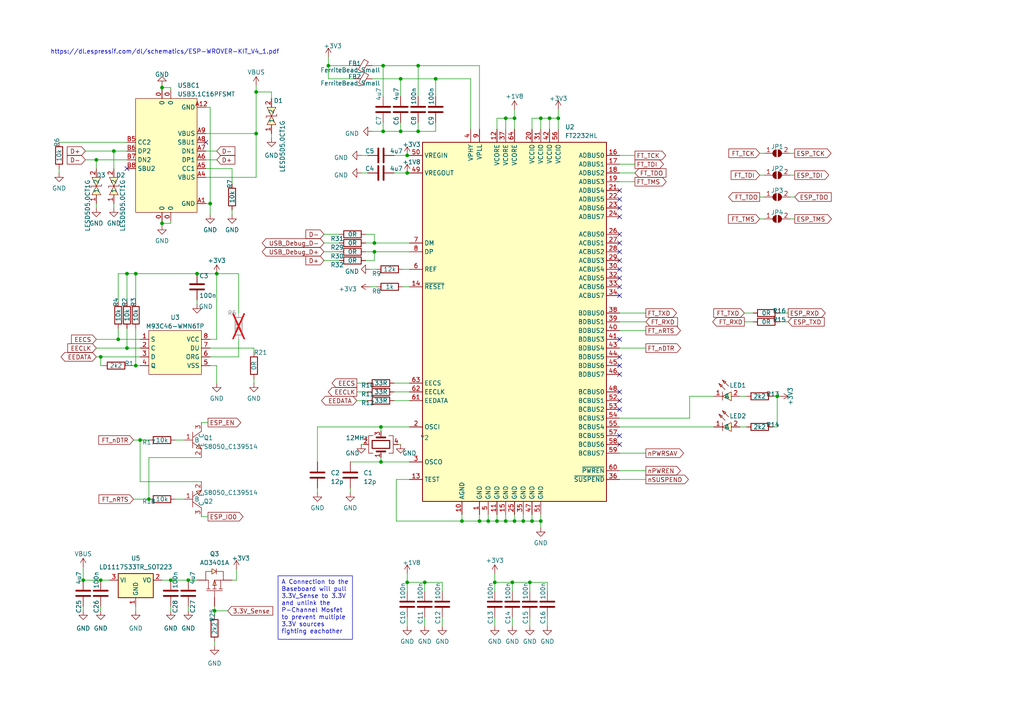
<source format=kicad_sch>
(kicad_sch (version 20230121) (generator eeschema)
  (paper "A4")
  (junction (at 108.585 73.025))
  (junction (at 153.67 168.91))
  (junction (at 148.59 168.91))
  (junction (at 24.13 168.275))
  (junction (at 159.385 34.29))
  (junction (at 110.49 123.825))
  (junction (at 151.765 151.13))
  (junction (at 54.61 168.275))
  (junction (at 161.925 34.29))
  (junction (at 118.11 50.165))
  (junction (at 74.295 26.67))
  (junction (at 110.49 133.985))
  (junction (at 121.285 19.05))
  (junction (at 33.02 43.815))
  (junction (at 46.99 25.4))
  (junction (at 144.145 151.13))
  (junction (at 108.585 70.485))
  (junction (at 43.18 144.78))
  (junction (at 39.37 79.375))
  (junction (at 121.285 38.1))
  (junction (at 74.295 38.735))
  (junction (at 40.64 127.635))
  (junction (at 36.83 100.965))
  (junction (at 111.125 19.05))
  (junction (at 225.425 114.935))
  (junction (at 143.51 168.91))
  (junction (at 116.205 38.1))
  (junction (at 29.21 103.505))
  (junction (at 154.305 151.13))
  (junction (at 141.605 151.13))
  (junction (at 156.845 34.29))
  (junction (at 139.065 151.13))
  (junction (at 123.19 168.91))
  (junction (at 46.99 64.77))
  (junction (at 118.11 45.085))
  (junction (at 149.225 34.29))
  (junction (at 60.96 59.055))
  (junction (at 149.225 151.13))
  (junction (at 34.29 98.425))
  (junction (at 62.865 79.375))
  (junction (at 29.21 168.275))
  (junction (at 39.37 106.045))
  (junction (at 146.685 151.13))
  (junction (at 126.365 22.86))
  (junction (at 62.23 177.165))
  (junction (at 118.11 168.91))
  (junction (at 27.94 46.355))
  (junction (at 133.985 151.13))
  (junction (at 111.125 38.1))
  (junction (at 146.685 34.29))
  (junction (at 36.83 79.375))
  (junction (at 95.25 19.05))
  (junction (at 57.15 79.375))
  (junction (at 49.53 168.275))
  (junction (at 116.205 22.86))
  (junction (at 156.845 151.13))
  (no_connect (at 179.705 103.505))
  (no_connect (at 179.705 118.745))
  (no_connect (at 179.705 55.245))
  (no_connect (at 36.83 48.895))
  (no_connect (at 179.705 67.945))
  (no_connect (at 59.69 41.275))
  (no_connect (at 179.705 60.325))
  (no_connect (at 179.705 83.185))
  (no_connect (at 179.705 98.425))
  (no_connect (at 179.705 57.785))
  (no_connect (at 179.705 80.645))
  (no_connect (at 179.705 106.045))
  (no_connect (at 179.705 126.365))
  (no_connect (at 179.705 113.665))
  (no_connect (at 179.705 70.485))
  (no_connect (at 179.705 85.725))
  (no_connect (at 179.705 62.865))
  (no_connect (at 179.705 108.585))
  (no_connect (at 179.705 75.565))
  (no_connect (at 179.705 128.905))
  (no_connect (at 179.705 73.025))
  (no_connect (at 179.705 116.205))
  (no_connect (at 179.705 78.105))
  (wire (pts (xy 59.69 51.435) (xy 74.295 51.435)))
  (wire (pts (xy 62.23 186.055) (xy 62.23 187.325)))
  (wire (pts (xy 60.96 98.425) (xy 62.865 98.425)))
  (wire (pts (xy 179.705 47.625) (xy 184.15 47.625)))
  (wire (pts (xy 161.925 34.29) (xy 161.925 37.465)))
  (wire (pts (xy 62.23 177.165) (xy 62.23 178.435)))
  (wire (pts (xy 27.94 103.505) (xy 29.21 103.505)))
  (wire (pts (xy 108.585 70.485) (xy 106.045 70.485)))
  (wire (pts (xy 229.235 57.15) (xy 230.505 57.15)))
  (wire (pts (xy 66.04 177.165) (xy 62.23 177.165)))
  (wire (pts (xy 103.505 111.125) (xy 106.68 111.125)))
  (wire (pts (xy 40.64 100.965) (xy 36.83 100.965)))
  (wire (pts (xy 102.87 22.86) (xy 95.25 22.86)))
  (wire (pts (xy 149.225 31.75) (xy 149.225 34.29)))
  (wire (pts (xy 225.425 114.935) (xy 224.155 114.935)))
  (wire (pts (xy 39.37 79.375) (xy 57.15 79.375)))
  (wire (pts (xy 46.99 64.77) (xy 46.99 65.405)))
  (wire (pts (xy 179.705 90.805) (xy 187.325 90.805)))
  (wire (pts (xy 110.49 133.985) (xy 118.745 133.985)))
  (wire (pts (xy 107.95 38.1) (xy 111.125 38.1)))
  (wire (pts (xy 60.96 62.23) (xy 60.96 59.055)))
  (wire (pts (xy 93.98 75.565) (xy 98.425 75.565)))
  (wire (pts (xy 156.845 34.29) (xy 159.385 34.29)))
  (wire (pts (xy 74.295 26.67) (xy 74.295 38.735)))
  (wire (pts (xy 121.285 19.05) (xy 139.065 19.05)))
  (wire (pts (xy 73.66 100.965) (xy 73.66 102.235)))
  (wire (pts (xy 36.83 100.965) (xy 36.83 95.25)))
  (wire (pts (xy 151.765 149.225) (xy 151.765 151.13)))
  (wire (pts (xy 34.29 95.25) (xy 34.29 98.425)))
  (wire (pts (xy 139.065 19.05) (xy 139.065 37.465)))
  (wire (pts (xy 146.685 151.13) (xy 149.225 151.13)))
  (wire (pts (xy 118.11 168.91) (xy 118.11 171.45)))
  (wire (pts (xy 111.125 38.1) (xy 111.125 35.56)))
  (wire (pts (xy 133.985 149.225) (xy 133.985 151.13)))
  (wire (pts (xy 110.49 132.715) (xy 110.49 133.985)))
  (wire (pts (xy 29.21 168.275) (xy 31.75 168.275)))
  (wire (pts (xy 67.31 48.895) (xy 59.69 48.895)))
  (wire (pts (xy 154.305 34.29) (xy 156.845 34.29)))
  (wire (pts (xy 27.94 46.355) (xy 27.94 48.895)))
  (wire (pts (xy 93.98 70.485) (xy 98.425 70.485)))
  (wire (pts (xy 116.205 35.56) (xy 116.205 38.1)))
  (wire (pts (xy 49.53 25.4) (xy 46.99 25.4)))
  (wire (pts (xy 24.765 43.815) (xy 33.02 43.815)))
  (wire (pts (xy 179.705 52.705) (xy 184.15 52.705)))
  (wire (pts (xy 114.3 113.665) (xy 118.745 113.665)))
  (wire (pts (xy 123.19 171.45) (xy 123.19 168.91)))
  (wire (pts (xy 148.59 179.07) (xy 148.59 181.61)))
  (wire (pts (xy 49.53 168.275) (xy 54.61 168.275)))
  (wire (pts (xy 158.75 171.45) (xy 158.75 168.91)))
  (wire (pts (xy 111.125 19.05) (xy 121.285 19.05)))
  (wire (pts (xy 179.705 45.085) (xy 184.15 45.085)))
  (wire (pts (xy 200.025 121.285) (xy 200.025 114.935)))
  (wire (pts (xy 92.075 123.825) (xy 110.49 123.825)))
  (wire (pts (xy 101.6 133.985) (xy 110.49 133.985)))
  (wire (pts (xy 57.15 86.995) (xy 57.15 88.265)))
  (wire (pts (xy 40.64 139.7) (xy 40.64 127.635)))
  (wire (pts (xy 93.98 73.025) (xy 98.425 73.025)))
  (wire (pts (xy 144.145 149.225) (xy 144.145 151.13)))
  (wire (pts (xy 108.585 67.945) (xy 108.585 70.485)))
  (wire (pts (xy 107.95 19.05) (xy 111.125 19.05)))
  (wire (pts (xy 40.64 127.635) (xy 43.18 127.635)))
  (wire (pts (xy 114.3 50.165) (xy 118.11 50.165)))
  (wire (pts (xy 146.685 34.29) (xy 149.225 34.29)))
  (wire (pts (xy 106.045 67.945) (xy 108.585 67.945)))
  (wire (pts (xy 69.215 79.375) (xy 62.865 79.375)))
  (wire (pts (xy 143.51 168.91) (xy 143.51 171.45)))
  (wire (pts (xy 36.83 87.63) (xy 36.83 79.375)))
  (wire (pts (xy 17.145 48.895) (xy 17.145 50.165)))
  (wire (pts (xy 161.925 31.75) (xy 161.925 34.29)))
  (wire (pts (xy 158.75 168.91) (xy 153.67 168.91)))
  (wire (pts (xy 46.99 64.135) (xy 46.99 64.77)))
  (wire (pts (xy 118.11 45.085) (xy 118.745 45.085)))
  (wire (pts (xy 149.225 149.225) (xy 149.225 151.13)))
  (wire (pts (xy 126.365 35.56) (xy 126.365 38.1)))
  (wire (pts (xy 36.83 79.375) (xy 39.37 79.375)))
  (wire (pts (xy 103.505 113.665) (xy 106.68 113.665)))
  (wire (pts (xy 108.585 70.485) (xy 118.745 70.485)))
  (wire (pts (xy 179.705 95.885) (xy 187.325 95.885)))
  (wire (pts (xy 133.985 151.13) (xy 139.065 151.13)))
  (wire (pts (xy 33.02 43.815) (xy 33.02 48.895)))
  (wire (pts (xy 159.385 34.29) (xy 161.925 34.29)))
  (wire (pts (xy 115.57 128.905) (xy 116.205 128.905)))
  (wire (pts (xy 102.87 19.05) (xy 95.25 19.05)))
  (wire (pts (xy 144.145 37.465) (xy 144.145 34.29)))
  (wire (pts (xy 67.31 168.275) (xy 68.58 168.275)))
  (wire (pts (xy 27.94 100.965) (xy 36.83 100.965)))
  (wire (pts (xy 67.31 60.96) (xy 67.31 62.23)))
  (wire (pts (xy 24.765 46.355) (xy 27.94 46.355)))
  (wire (pts (xy 179.705 136.525) (xy 187.325 136.525)))
  (wire (pts (xy 110.49 123.825) (xy 118.745 123.825)))
  (wire (pts (xy 136.525 22.86) (xy 126.365 22.86)))
  (wire (pts (xy 116.84 83.185) (xy 118.745 83.185)))
  (wire (pts (xy 58.42 122.555) (xy 60.325 122.555)))
  (wire (pts (xy 59.69 38.735) (xy 74.295 38.735)))
  (wire (pts (xy 118.745 139.065) (xy 114.935 139.065)))
  (wire (pts (xy 50.8 127.635) (xy 53.34 127.635)))
  (wire (pts (xy 123.19 179.07) (xy 123.19 181.61)))
  (wire (pts (xy 153.67 179.07) (xy 153.67 181.61)))
  (wire (pts (xy 126.365 22.86) (xy 126.365 27.94)))
  (wire (pts (xy 24.13 164.465) (xy 24.13 168.275)))
  (wire (pts (xy 116.84 78.105) (xy 118.745 78.105)))
  (wire (pts (xy 108.585 73.025) (xy 106.045 73.025)))
  (wire (pts (xy 69.215 98.425) (xy 69.215 103.505)))
  (wire (pts (xy 104.775 128.905) (xy 105.41 128.905)))
  (wire (pts (xy 144.145 34.29) (xy 146.685 34.29)))
  (wire (pts (xy 92.075 141.605) (xy 92.075 142.875)))
  (wire (pts (xy 154.305 149.225) (xy 154.305 151.13)))
  (wire (pts (xy 179.705 121.285) (xy 200.025 121.285)))
  (wire (pts (xy 229.235 44.45) (xy 230.505 44.45)))
  (wire (pts (xy 159.385 37.465) (xy 159.385 34.29)))
  (wire (pts (xy 156.845 37.465) (xy 156.845 34.29)))
  (wire (pts (xy 128.27 171.45) (xy 128.27 168.91)))
  (wire (pts (xy 104.775 50.165) (xy 106.68 50.165)))
  (wire (pts (xy 121.285 19.05) (xy 121.285 27.94)))
  (wire (pts (xy 69.215 103.505) (xy 60.96 103.505)))
  (wire (pts (xy 114.935 139.065) (xy 114.935 151.13)))
  (wire (pts (xy 27.94 59.055) (xy 27.94 60.325)))
  (wire (pts (xy 78.74 28.575) (xy 78.74 26.67)))
  (wire (pts (xy 146.685 37.465) (xy 146.685 34.29)))
  (wire (pts (xy 50.8 144.78) (xy 53.34 144.78)))
  (wire (pts (xy 139.065 151.13) (xy 141.605 151.13)))
  (wire (pts (xy 54.61 175.895) (xy 54.61 177.165)))
  (wire (pts (xy 49.53 64.77) (xy 46.99 64.77)))
  (wire (pts (xy 141.605 151.13) (xy 144.145 151.13)))
  (wire (pts (xy 49.53 175.895) (xy 49.53 177.165)))
  (wire (pts (xy 226.06 114.935) (xy 225.425 114.935)))
  (wire (pts (xy 46.99 24.765) (xy 46.99 25.4)))
  (wire (pts (xy 128.27 168.91) (xy 123.19 168.91)))
  (wire (pts (xy 37.465 106.045) (xy 39.37 106.045)))
  (wire (pts (xy 27.94 46.355) (xy 36.83 46.355)))
  (wire (pts (xy 116.205 38.1) (xy 111.125 38.1)))
  (wire (pts (xy 154.305 37.465) (xy 154.305 34.29)))
  (wire (pts (xy 220.345 57.15) (xy 221.615 57.15)))
  (wire (pts (xy 118.11 166.37) (xy 118.11 168.91)))
  (wire (pts (xy 118.11 179.07) (xy 118.11 181.61)))
  (wire (pts (xy 43.18 144.78) (xy 43.18 132.715)))
  (wire (pts (xy 46.99 168.275) (xy 49.53 168.275)))
  (wire (pts (xy 148.59 171.45) (xy 148.59 168.91)))
  (wire (pts (xy 139.065 149.225) (xy 139.065 151.13)))
  (wire (pts (xy 92.075 133.985) (xy 92.075 123.825)))
  (wire (pts (xy 146.685 149.225) (xy 146.685 151.13)))
  (wire (pts (xy 27.94 98.425) (xy 34.29 98.425)))
  (wire (pts (xy 154.305 151.13) (xy 156.845 151.13)))
  (wire (pts (xy 128.27 179.07) (xy 128.27 181.61)))
  (wire (pts (xy 74.295 24.765) (xy 74.295 26.67)))
  (wire (pts (xy 107.315 78.105) (xy 109.22 78.105)))
  (wire (pts (xy 114.935 151.13) (xy 133.985 151.13)))
  (wire (pts (xy 224.155 123.825) (xy 225.425 123.825)))
  (wire (pts (xy 216.535 114.935) (xy 214.63 114.935)))
  (wire (pts (xy 220.345 44.45) (xy 221.615 44.45)))
  (wire (pts (xy 200.025 114.935) (xy 207.01 114.935)))
  (wire (pts (xy 95.25 22.86) (xy 95.25 19.05)))
  (wire (pts (xy 49.53 26.035) (xy 49.53 25.4)))
  (wire (pts (xy 220.345 50.8) (xy 221.615 50.8)))
  (wire (pts (xy 39.37 95.25) (xy 39.37 106.045)))
  (wire (pts (xy 39.37 175.895) (xy 39.37 177.165)))
  (wire (pts (xy 59.69 46.355) (xy 62.865 46.355)))
  (wire (pts (xy 226.06 93.345) (xy 228.6 93.345)))
  (wire (pts (xy 39.37 106.045) (xy 40.64 106.045)))
  (wire (pts (xy 149.225 151.13) (xy 151.765 151.13)))
  (wire (pts (xy 69.215 90.805) (xy 69.215 79.375)))
  (wire (pts (xy 49.53 64.135) (xy 49.53 64.77)))
  (wire (pts (xy 29.21 175.895) (xy 29.21 177.165)))
  (wire (pts (xy 121.285 38.1) (xy 116.205 38.1)))
  (wire (pts (xy 106.045 75.565) (xy 108.585 75.565)))
  (wire (pts (xy 148.59 168.91) (xy 143.51 168.91)))
  (wire (pts (xy 179.705 100.965) (xy 187.325 100.965)))
  (wire (pts (xy 179.705 123.825) (xy 207.01 123.825)))
  (wire (pts (xy 108.585 73.025) (xy 118.745 73.025)))
  (wire (pts (xy 136.525 37.465) (xy 136.525 22.86)))
  (wire (pts (xy 144.145 151.13) (xy 146.685 151.13)))
  (wire (pts (xy 216.535 123.825) (xy 214.63 123.825)))
  (wire (pts (xy 123.19 168.91) (xy 118.11 168.91)))
  (wire (pts (xy 59.69 31.115) (xy 60.96 31.115)))
  (wire (pts (xy 74.295 51.435) (xy 74.295 38.735)))
  (wire (pts (xy 143.51 166.37) (xy 143.51 168.91)))
  (wire (pts (xy 57.15 79.375) (xy 62.865 79.375)))
  (wire (pts (xy 43.18 132.715) (xy 58.42 132.715)))
  (wire (pts (xy 78.74 26.67) (xy 74.295 26.67)))
  (wire (pts (xy 179.705 93.345) (xy 187.325 93.345)))
  (wire (pts (xy 153.67 171.45) (xy 153.67 168.91)))
  (wire (pts (xy 29.21 106.045) (xy 29.21 103.505)))
  (wire (pts (xy 179.705 131.445) (xy 187.325 131.445)))
  (wire (pts (xy 141.605 149.225) (xy 141.605 151.13)))
  (wire (pts (xy 114.3 116.205) (xy 118.745 116.205)))
  (wire (pts (xy 95.25 19.05) (xy 95.25 16.51)))
  (wire (pts (xy 107.315 83.185) (xy 109.22 83.185)))
  (wire (pts (xy 118.11 50.165) (xy 118.745 50.165)))
  (wire (pts (xy 229.235 50.8) (xy 230.505 50.8)))
  (wire (pts (xy 179.705 139.065) (xy 187.325 139.065)))
  (wire (pts (xy 220.345 63.5) (xy 221.615 63.5)))
  (wire (pts (xy 62.23 177.165) (xy 62.23 175.895)))
  (wire (pts (xy 126.365 38.1) (xy 121.285 38.1)))
  (wire (pts (xy 226.06 90.805) (xy 228.6 90.805)))
  (wire (pts (xy 215.9 90.805) (xy 218.44 90.805)))
  (wire (pts (xy 108.585 75.565) (xy 108.585 73.025)))
  (wire (pts (xy 24.13 168.275) (xy 29.21 168.275)))
  (wire (pts (xy 179.705 50.165) (xy 184.15 50.165)))
  (wire (pts (xy 73.66 109.855) (xy 73.66 111.125)))
  (wire (pts (xy 60.96 59.055) (xy 59.69 59.055)))
  (wire (pts (xy 34.29 98.425) (xy 40.64 98.425)))
  (wire (pts (xy 114.3 45.085) (xy 118.11 45.085)))
  (wire (pts (xy 116.205 22.86) (xy 126.365 22.86)))
  (wire (pts (xy 156.845 149.225) (xy 156.845 151.13)))
  (wire (pts (xy 78.74 38.735) (xy 78.74 40.005)))
  (wire (pts (xy 29.21 103.505) (xy 40.64 103.505)))
  (wire (pts (xy 158.75 179.07) (xy 158.75 181.61)))
  (wire (pts (xy 62.865 98.425) (xy 62.865 79.375)))
  (wire (pts (xy 29.845 106.045) (xy 29.21 106.045)))
  (wire (pts (xy 60.96 106.045) (xy 62.865 106.045)))
  (wire (pts (xy 104.775 45.085) (xy 106.68 45.085)))
  (wire (pts (xy 153.67 168.91) (xy 148.59 168.91)))
  (wire (pts (xy 151.765 151.13) (xy 154.305 151.13)))
  (wire (pts (xy 103.505 116.205) (xy 106.68 116.205)))
  (wire (pts (xy 33.02 59.055) (xy 33.02 60.325)))
  (wire (pts (xy 101.6 141.605) (xy 101.6 142.875)))
  (wire (pts (xy 58.42 139.7) (xy 40.64 139.7)))
  (wire (pts (xy 24.13 175.895) (xy 24.13 177.165)))
  (wire (pts (xy 62.865 106.045) (xy 62.865 111.125)))
  (wire (pts (xy 149.225 34.29) (xy 149.225 37.465)))
  (wire (pts (xy 54.61 168.275) (xy 57.15 168.275)))
  (wire (pts (xy 34.29 79.375) (xy 36.83 79.375)))
  (wire (pts (xy 60.96 100.965) (xy 73.66 100.965)))
  (wire (pts (xy 39.37 87.63) (xy 39.37 79.375)))
  (wire (pts (xy 143.51 179.07) (xy 143.51 181.61)))
  (wire (pts (xy 107.95 22.86) (xy 116.205 22.86)))
  (wire (pts (xy 67.31 53.34) (xy 67.31 48.895)))
  (wire (pts (xy 156.845 151.13) (xy 156.845 153.035)))
  (wire (pts (xy 60.96 31.115) (xy 60.96 59.055)))
  (wire (pts (xy 68.58 168.275) (xy 68.58 165.1)))
  (wire (pts (xy 215.9 93.345) (xy 218.44 93.345)))
  (wire (pts (xy 229.235 63.5) (xy 230.505 63.5)))
  (wire (pts (xy 225.425 123.825) (xy 225.425 114.935)))
  (wire (pts (xy 34.29 87.63) (xy 34.29 79.375)))
  (wire (pts (xy 46.99 25.4) (xy 46.99 26.035)))
  (wire (pts (xy 17.145 41.275) (xy 36.83 41.275)))
  (wire (pts (xy 121.285 35.56) (xy 121.285 38.1)))
  (wire (pts (xy 111.125 19.05) (xy 111.125 27.94)))
  (wire (pts (xy 38.735 127.635) (xy 40.64 127.635)))
  (wire (pts (xy 116.205 22.86) (xy 116.205 27.94)))
  (wire (pts (xy 58.42 149.86) (xy 60.325 149.86)))
  (wire (pts (xy 33.02 43.815) (xy 36.83 43.815)))
  (wire (pts (xy 110.49 123.825) (xy 110.49 125.095)))
  (wire (pts (xy 38.735 144.78) (xy 43.18 144.78)))
  (wire (pts (xy 114.3 111.125) (xy 118.745 111.125)))
  (wire (pts (xy 93.98 67.945) (xy 98.425 67.945)))
  (wire (pts (xy 59.69 43.815) (xy 62.865 43.815)))
  (text_box "A Connection to the Baseboard will pull 3.3V_Sense to 3.3V and unlink the P-Channel Mosfet to prevent multiple 3.3V sources fighting eachother" (at 80.645 167.005 0) (size 21.59 18.415) (effects (font (size 1.27 1.27)) (justify left top)))
  (text "https://dl.espressif.com/dl/schematics/ESP-WROVER-KIT_V4_1.pdf" (at 14.605 15.875 0) (effects (font (size 1.27 1.27)) (justify left bottom)))
  (global_label "D-" (shape input) (at 62.865 43.815 0) (property "Intersheetrefs" "${INTERSHEET_REFS}" (effects hide)))
  (global_label "ESP_IO0" (shape output) (at 60.325 149.86 0) (property "Intersheetrefs" "${INTERSHEET_REFS}" (effects hide)))
  (global_label "FT_TDI" (shape input) (at 220.345 50.8 180) (property "Intersheetrefs" "${INTERSHEET_REFS}" (effects hide)))
  (global_label "nPWREN" (shape output) (at 187.325 136.525 0) (property "Intersheetrefs" "${INTERSHEET_REFS}" (effects hide)))
  (global_label "nSUSPEND" (shape output) (at 187.325 139.065 0) (property "Intersheetrefs" "${INTERSHEET_REFS}" (effects hide)))
  (global_label "FT_TMS" (shape input) (at 220.345 63.5 180) (property "Intersheetrefs" "${INTERSHEET_REFS}" (effects hide)))
  (global_label "FT_TCK" (shape output) (at 184.15 45.085 0) (property "Intersheetrefs" "${INTERSHEET_REFS}" (effects hide)))
  (global_label "ESP_TMS" (shape output) (at 230.505 63.5 0) (property "Intersheetrefs" "${INTERSHEET_REFS}" (effects hide)))
  (global_label "3.3V_Sense" (shape input) (at 66.04 177.165 0) (property "Intersheetrefs" "${INTERSHEET_REFS}" (effects hide)))
  (global_label "FT_TDI" (shape output) (at 184.15 47.625 0) (property "Intersheetrefs" "${INTERSHEET_REFS}" (effects hide)))
  (global_label "D-" (shape input) (at 93.98 67.945 180) (property "Intersheetrefs" "${INTERSHEET_REFS}" (effects hide)))
  (global_label "nPWRSAV" (shape output) (at 187.325 131.445 0) (property "Intersheetrefs" "${INTERSHEET_REFS}" (effects hide)))
  (global_label "FT_TXD" (shape output) (at 187.325 90.805 0) (property "Intersheetrefs" "${INTERSHEET_REFS}" (effects hide)))
  (global_label "ESP_EN" (shape output) (at 60.325 122.555 0) (property "Intersheetrefs" "${INTERSHEET_REFS}" (effects hide)))
  (global_label "FT_RXD" (shape input) (at 187.325 93.345 0) (property "Intersheetrefs" "${INTERSHEET_REFS}" (effects hide)))
  (global_label "FT_TCK" (shape input) (at 220.345 44.45 180) (property "Intersheetrefs" "${INTERSHEET_REFS}" (effects hide)))
  (global_label "USB_Debug_D+" (shape bidirectional) (at 93.98 73.025 180) (property "Intersheetrefs" "${INTERSHEET_REFS}" (effects hide)))
  (global_label "FT_nDTR" (shape input) (at 38.735 127.635 180) (property "Intersheetrefs" "${INTERSHEET_REFS}" (effects hide)))
  (global_label "ESP_TXD" (shape input) (at 228.6 93.345 0) (property "Intersheetrefs" "${INTERSHEET_REFS}" (effects hide)))
  (global_label "USB_Debug_D-" (shape bidirectional) (at 93.98 70.485 180) (property "Intersheetrefs" "${INTERSHEET_REFS}" (effects hide)))
  (global_label "EECS" (shape output) (at 103.505 111.125 180) (property "Intersheetrefs" "${INTERSHEET_REFS}" (effects hide)))
  (global_label "EECLK" (shape output) (at 103.505 113.665 180) (property "Intersheetrefs" "${INTERSHEET_REFS}" (effects hide)))
  (global_label "FT_TDO" (shape input) (at 184.15 50.165 0) (property "Intersheetrefs" "${INTERSHEET_REFS}" (effects hide)))
  (global_label "FT_nRTS" (shape input) (at 38.735 144.78 180) (property "Intersheetrefs" "${INTERSHEET_REFS}" (effects hide)))
  (global_label "D+" (shape input) (at 62.865 46.355 0) (property "Intersheetrefs" "${INTERSHEET_REFS}" (effects hide)))
  (global_label "EECLK" (shape input) (at 27.94 100.965 180) (property "Intersheetrefs" "${INTERSHEET_REFS}" (effects hide)))
  (global_label "FT_TDO" (shape output) (at 220.345 57.15 180) (property "Intersheetrefs" "${INTERSHEET_REFS}" (effects hide)))
  (global_label "ESP_TDO" (shape input) (at 230.505 57.15 0) (property "Intersheetrefs" "${INTERSHEET_REFS}" (effects hide)))
  (global_label "FT_TXD" (shape input) (at 215.9 90.805 180) (property "Intersheetrefs" "${INTERSHEET_REFS}" (effects hide)))
  (global_label "EEDATA" (shape bidirectional) (at 27.94 103.505 180) (property "Intersheetrefs" "${INTERSHEET_REFS}" (effects hide)))
  (global_label "FT_TMS" (shape output) (at 184.15 52.705 0) (property "Intersheetrefs" "${INTERSHEET_REFS}" (effects hide)))
  (global_label "ESP_TDI" (shape output) (at 230.505 50.8 0) (property "Intersheetrefs" "${INTERSHEET_REFS}" (effects hide)))
  (global_label "D-" (shape input) (at 24.765 46.355 180) (property "Intersheetrefs" "${INTERSHEET_REFS}" (effects hide)))
  (global_label "ESP_TCK" (shape output) (at 230.505 44.45 0) (property "Intersheetrefs" "${INTERSHEET_REFS}" (effects hide)))
  (global_label "FT_nDTR" (shape output) (at 187.325 100.965 0) (property "Intersheetrefs" "${INTERSHEET_REFS}" (effects hide)))
  (global_label "ESP_RXD" (shape output) (at 228.6 90.805 0) (property "Intersheetrefs" "${INTERSHEET_REFS}" (effects hide)))
  (global_label "EEDATA" (shape bidirectional) (at 103.505 116.205 180) (property "Intersheetrefs" "${INTERSHEET_REFS}" (effects hide)))
  (global_label "FT_RXD" (shape output) (at 215.9 93.345 180) (property "Intersheetrefs" "${INTERSHEET_REFS}" (effects hide)))
  (global_label "EECS" (shape input) (at 27.94 98.425 180) (property "Intersheetrefs" "${INTERSHEET_REFS}" (effects hide)))
  (global_label "FT_nRTS" (shape output) (at 187.325 95.885 0) (property "Intersheetrefs" "${INTERSHEET_REFS}" (effects hide)))
  (global_label "D+" (shape input) (at 93.98 75.565 180) (property "Intersheetrefs" "${INTERSHEET_REFS}" (effects hide)))
  (global_label "D+" (shape input) (at 24.765 43.815 180) (property "Intersheetrefs" "${INTERSHEET_REFS}" (effects hide)))
  (symbol (lib_id "power:GND") (at 27.94 60.325 0) (unit 1)
    (property "Reference" "#PWR015" (effects hide))
    (property "Value" "GND" (at 27.94 64.77 0))
  )
  (symbol (lib_id "Device:R") (at 67.31 57.15 0) (unit 1)
    (property "Reference" "R7" (at 66.675 53.34 90))
    (property "Value" "10k" (at 67.31 57.15 90))
    (property "Footprint" "Resistor_SMD:R_0603_1608Metric" (effects hide))
  )
  (symbol (lib_id "Device:FerriteBead_Small") (at 105.41 22.86 270) (unit 1)
    (property "Reference" "FB2" (at 102.87 22.225 90))
    (property "Value" "FerriteBead_Small" (at 101.6 24.13 90))
    (property "Footprint" "Inductor_SMD:L_0805_2012Metric" (effects hide))
    (property "JLCPCB Part #" "C44838" (effects hide))
    (property "LCSC Part" "C44838" (effects hide))
  )
  (symbol (lib_id "Interface_USB:FT2232HL") (at 149.225 93.345 0) (unit 1)
    (property "Reference" "U2" (at 163.8809 36.83 0) (effects (justify left)))
    (property "Value" "FT2232HL" (at 163.8809 39.37 0) (effects (justify left)))
    (property "Footprint" "Package_QFP:LQFP-64_10x10mm_P0.5mm" (effects hide))
    (property "Datasheet" "https://www.ftdichip.com/Support/Documents/DataSheets/ICs/DS_FT2232H.pdf" (effects hide))
    (property "JLCPCB Part #" "C27882" (effects hide))
    (property "LCSC Part" "C27882" (effects hide))
  )
  (symbol (lib_id "power:GND") (at 78.74 40.005 0) (unit 1)
    (property "Reference" "#PWR014" (effects hide))
    (property "Value" "GND" (at 78.74 45.085 0))
  )
  (symbol (lib_id "Device:R") (at 17.145 45.085 0) (unit 1)
    (property "Reference" "R6" (at 16.51 41.275 90))
    (property "Value" "10k" (at 17.145 45.085 90))
    (property "Footprint" "Resistor_SMD:R_0603_1608Metric" (effects hide))
  )
  (symbol (lib_id "Device:C") (at 153.67 175.26 180) (unit 1)
    (property "Reference" "C15" (at 152.4 177.165 90) (effects (justify left)))
    (property "Value" "100n" (at 152.4 168.91 90) (effects (justify left)))
    (property "Footprint" "Capacitor_SMD:C_0603_1608Metric" (effects hide))
  )
  (symbol (lib_id "power:GND") (at 158.75 181.61 0) (unit 1)
    (property "Reference" "#PWR033" (effects hide))
    (property "Value" "GND" (at 158.75 186.055 0))
  )
  (symbol (lib_id "power:GND") (at 123.19 181.61 0) (unit 1)
    (property "Reference" "#PWR028" (effects hide))
    (property "Value" "GND" (at 123.19 186.055 0))
  )
  (symbol (lib_id "Device:R") (at 220.345 123.825 270) (unit 1)
    (property "Reference" "R14" (at 224.155 123.19 90))
    (property "Value" "2k2" (at 220.345 123.825 90))
    (property "Footprint" "Resistor_SMD:R_0603_1608Metric" (effects hide))
  )
  (symbol (lib_id "power:GND") (at 39.37 177.165 0) (unit 1)
    (property "Reference" "#PWR067" (effects hide))
    (property "Value" "GND" (at 39.37 182.245 0))
  )
  (symbol (lib_id "Device:C") (at 148.59 175.26 180) (unit 1)
    (property "Reference" "C14" (at 147.32 177.165 90) (effects (justify left)))
    (property "Value" "100n" (at 147.32 168.91 90) (effects (justify left)))
    (property "Footprint" "Capacitor_SMD:C_0603_1608Metric" (effects hide))
  )
  (symbol (lib_id "Device:C") (at 123.19 175.26 180) (unit 1)
    (property "Reference" "C11" (at 121.92 177.165 90) (effects (justify left)))
    (property "Value" "100n" (at 121.92 168.91 90) (effects (justify left)))
    (property "Footprint" "Capacitor_SMD:C_0603_1608Metric" (effects hide))
  )
  (symbol (lib_id "power:+3V3") (at 107.315 83.185 90) (unit 1)
    (property "Reference" "#PWR018" (effects hide))
    (property "Value" "+3V3" (at 103.505 83.82 90) (effects (justify left)))
  )
  (symbol (lib_id "Device:R") (at 73.66 106.045 0) (unit 1)
    (property "Reference" "R21" (at 75.565 102.235 0))
    (property "Value" "0R" (at 73.66 106.045 90))
    (property "Footprint" "Resistor_SMD:R_0603_1608Metric" (effects hide))
  )
  (symbol (lib_id "Device:R") (at 46.99 144.78 90) (unit 1)
    (property "Reference" "R18" (at 43.18 145.415 90))
    (property "Value" "10k" (at 46.99 144.78 90))
    (property "Footprint" "Resistor_SMD:R_0603_1608Metric" (effects hide))
  )
  (symbol (lib_id "Device:R") (at 102.235 70.485 90) (unit 1)
    (property "Reference" "R29" (at 97.79 71.755 90))
    (property "Value" "0R" (at 102.235 70.485 90))
    (property "Footprint" "Resistor_SMD:R_0603_1608Metric" (effects hide))
  )
  (symbol (lib_id "Device:R") (at 222.25 93.345 270) (unit 1)
    (property "Reference" "R15" (at 226.06 92.71 90))
    (property "Value" "0R" (at 222.25 93.345 90))
    (property "Footprint" "Resistor_SMD:R_0603_1608Metric" (effects hide))
  )
  (symbol (lib_id "Device:C") (at 49.53 172.085 0) (mirror x) (unit 1)
    (property "Reference" "C28" (at 50.8 173.99 90) (effects (justify left)))
    (property "Value" "100n" (at 50.8 165.735 90) (effects (justify left)))
    (property "Footprint" "Capacitor_SMD:C_0603_1608Metric" (effects hide))
  )
  (symbol (lib_id "Device:R") (at 46.99 127.635 90) (unit 1)
    (property "Reference" "R17" (at 43.18 128.27 90))
    (property "Value" "10k" (at 46.99 127.635 90))
    (property "Footprint" "Resistor_SMD:R_0603_1608Metric" (effects hide))
  )
  (symbol (lib_id "power:+3V3") (at 95.25 16.51 0) (unit 1)
    (property "Reference" "#PWR026" (effects hide))
    (property "Value" "+3V3" (at 96.52 13.335 0))
  )
  (symbol (lib_id "power:GND") (at 33.02 60.325 0) (unit 1)
    (property "Reference" "#PWR016" (effects hide))
    (property "Value" "GND" (at 33.02 64.77 0))
  )
  (symbol (lib_id "JLCPCB:S8050_C139514") (at 54.61 127.635 0) (unit 1)
    (property "Reference" "Q1" (at 59.055 127 0) (effects (justify left)))
    (property "Value" "S8050_C139514" (at 59.055 129.54 0) (effects (justify left)))
    (property "Footprint" "JLCPCB:SOT-23-3_L2.9-W1.3-P1.90-LS2.4-BR" (effects hide))
    (property "Datasheet" "https://lcsc.com/product-detail/Transistors-NPN-PNP_S8050_C139514.html" (effects hide))
    (property "LCSC Part" "C139514" (effects hide))
    (property "JLC Part" "Extended Part" (effects hide))
    (property "JLCPCB Part #" "C139514" (effects hide))
  )
  (symbol (lib_id "Device:C") (at 118.11 175.26 180) (unit 1)
    (property "Reference" "C10" (at 116.84 177.165 90) (effects (justify left)))
    (property "Value" "100n" (at 116.84 168.91 90) (effects (justify left)))
    (property "Footprint" "Capacitor_SMD:C_0603_1608Metric" (effects hide))
  )
  (symbol (lib_id "power:GND") (at 67.31 62.23 0) (unit 1)
    (property "Reference" "#PWR011" (effects hide))
    (property "Value" "GND" (at 67.31 66.675 0))
  )
  (symbol (lib_id "power:+3V3") (at 118.11 45.085 0) (unit 1)
    (property "Reference" "#PWR024" (effects hide))
    (property "Value" "+3V3" (at 119.38 41.91 0))
  )
  (symbol (lib_id "Device:R") (at 110.49 111.125 90) (unit 1)
    (property "Reference" "R10" (at 106.68 111.76 90))
    (property "Value" "33R" (at 110.49 111.125 90))
    (property "Footprint" "Resistor_SMD:R_0603_1608Metric" (effects hide))
  )
  (symbol (lib_id "Device:C") (at 158.75 175.26 180) (unit 1)
    (property "Reference" "C16" (at 157.48 177.165 90) (effects (justify left)))
    (property "Value" "100n" (at 157.48 168.91 90) (effects (justify left)))
    (property "Footprint" "Capacitor_SMD:C_0603_1608Metric" (effects hide))
  )
  (symbol (lib_id "Device:C") (at 143.51 175.26 180) (unit 1)
    (property "Reference" "C13" (at 142.24 177.165 90) (effects (justify left)))
    (property "Value" "100n" (at 142.24 168.91 90) (effects (justify left)))
    (property "Footprint" "Capacitor_SMD:C_0603_1608Metric" (effects hide))
  )
  (symbol (lib_id "Device:R") (at 62.23 182.245 0) (unit 1)
    (property "Reference" "R25" (at 61.595 178.435 90))
    (property "Value" "2k2" (at 62.23 182.245 90))
    (property "Footprint" "Resistor_SMD:R_0603_1608Metric" (effects hide))
  )
  (symbol (lib_id "Jumper:SolderJumper_2_Open") (at 225.425 44.45 0) (unit 1)
    (property "Reference" "JP1" (at 225.425 42.545 0))
    (property "Value" "SolderJumper_2_Open" (effects hide))
    (property "Footprint" "Jumper:SolderJumper-2_P1.3mm_Open_RoundedPad1.0x1.5mm" (effects hide))
  )
  (symbol (lib_id "power:GND") (at 62.865 111.125 0) (unit 1)
    (property "Reference" "#PWR05" (effects hide))
    (property "Value" "GND" (at 62.865 115.57 0))
  )
  (symbol (lib_id "Device:C") (at 128.27 175.26 180) (unit 1)
    (property "Reference" "C12" (at 127 177.165 90) (effects (justify left)))
    (property "Value" "100n" (at 127 168.91 90) (effects (justify left)))
    (property "Footprint" "Capacitor_SMD:C_0603_1608Metric" (effects hide))
  )
  (symbol (lib_id "power:GND") (at 24.13 177.165 0) (unit 1)
    (property "Reference" "#PWR069" (effects hide))
    (property "Value" "GND" (at 24.13 182.245 0))
  )
  (symbol (lib_id "Device:C") (at 54.61 172.085 0) (mirror x) (unit 1)
    (property "Reference" "C27" (at 55.88 173.99 90) (effects (justify left)))
    (property "Value" "4u7" (at 55.88 165.735 90) (effects (justify left)))
    (property "Footprint" "Capacitor_SMD:C_0805_2012Metric" (effects hide))
  )
  (symbol (lib_id "JLCPCB:M93C46-WMN6TP") (at 50.8 102.235 0) (unit 1)
    (property "Reference" "U3" (at 50.8 92.075 0))
    (property "Value" "M93C46-WMN6TP" (at 50.8 94.615 0))
    (property "Footprint" "JLCPCB:SOIC-8_L4.9-W3.9-P1.27-LS6.0-BL" (effects hide))
    (property "Datasheet" "https://lcsc.com/product-detail/EEPROM_STMicroelectronics_M93C46-WMN6TP_M93C46-WMN6TP_C7565.html" (effects hide))
    (property "Manufacturer" "ST(意法半导体)" (effects hide))
    (property "LCSC Part" "C7565" (effects hide))
    (property "JLC Part" "Extended Part" (effects hide))
    (property "JLCPCB Part #" "C7565" (effects hide))
  )
  (symbol (lib_id "power:GND") (at 60.96 62.23 0) (unit 1)
    (property "Reference" "#PWR013" (effects hide))
    (property "Value" "GND" (at 60.96 66.675 0))
  )
  (symbol (lib_id "JLCPCB:LESD5D5.0CT1G") (at 27.94 53.975 90) (unit 1)
    (property "Reference" "D3" (at 27.94 50.8 90) (effects (justify right)))
    (property "Value" "LESD5D5.0CT1G" (at 25.4 52.07 0) (effects (justify right)))
    (property "Footprint" "JLCPCB:SOD-523_L1.2-W0.8-LS1.6-BI" (effects hide))
    (property "Datasheet" "https://lcsc.com/product-detail/New-Arrivals_Leshan-Radio-LESD5D5-0CT1G_C383211.html" (effects hide))
    (property "Manufacturer" "LRC(乐山无线电)" (effects hide))
    (property "LCSC Part" "C383211" (effects hide))
    (property "JLC Part" "Extended Part" (effects hide))
    (property "JLCPCB Part #" "C383211" (effects hide))
  )
  (symbol (lib_id "power:GND") (at 156.845 153.035 0) (unit 1)
    (property "Reference" "#PWR01" (effects hide))
    (property "Value" "GND" (at 156.845 157.48 0))
  )
  (symbol (lib_id "JLCPCB:19-217_BHC-ZL1M2RY_3T") (at 210.82 121.92 0) (unit 1)
    (property "Reference" "LED2" (at 213.995 120.65 0))
    (property "Value" "19-217/BHC-ZL1M2RY/3T" (effects hide))
    (property "Footprint" "JLCPCB:LED0603-RD" (effects hide))
    (property "Datasheet" "https://lcsc.com/product-detail/Light-Emitting-Diodes-LED_0603-Blue-light_C72041.html" (effects hide))
    (property "Manufacturer" "EVERLIGHT(亿光)" (effects hide))
    (property "LCSC Part" "C72041" (effects hide))
    (property "JLC Part" "Basic Part" (effects hide))
    (property "JLCPCB Part #" "C72041" (effects hide))
  )
  (symbol (lib_id "JLCPCB:LESD5D5.0CT1G") (at 78.74 33.655 90) (unit 1)
    (property "Reference" "D1" (at 79.375 29.21 90) (effects (justify right)))
    (property "Value" "LESD5D5.0CT1G" (at 81.915 34.925 0) (effects (justify right)))
    (property "Footprint" "JLCPCB:SOD-523_L1.2-W0.8-LS1.6-BI" (effects hide))
    (property "Datasheet" "https://lcsc.com/product-detail/New-Arrivals_Leshan-Radio-LESD5D5-0CT1G_C383211.html" (effects hide))
    (property "Manufacturer" "LRC(乐山无线电)" (effects hide))
    (property "LCSC Part" "C383211" (effects hide))
    (property "JLC Part" "Extended Part" (effects hide))
    (property "JLCPCB Part #" "C383211" (effects hide))
  )
  (symbol (lib_id "Device:R") (at 220.345 114.935 270) (unit 1)
    (property "Reference" "R13" (at 224.155 114.3 90))
    (property "Value" "2k2" (at 220.345 114.935 90))
    (property "Footprint" "Resistor_SMD:R_0603_1608Metric" (effects hide))
  )
  (symbol (lib_id "power:GND") (at 148.59 181.61 0) (unit 1)
    (property "Reference" "#PWR031" (effects hide))
    (property "Value" "GND" (at 148.59 186.055 0))
  )
  (symbol (lib_id "power:GND") (at 116.205 128.905 0) (mirror y) (unit 1)
    (property "Reference" "#PWR065" (effects hide))
    (property "Value" "GND" (at 118.745 131.445 0))
  )
  (symbol (lib_id "Jumper:SolderJumper_2_Open") (at 225.425 63.5 0) (unit 1)
    (property "Reference" "JP4" (at 225.425 61.595 0))
    (property "Value" "SolderJumper_2_Open" (effects hide))
    (property "Footprint" "Jumper:SolderJumper-2_P1.3mm_Open_RoundedPad1.0x1.5mm" (effects hide))
  )
  (symbol (lib_id "Device:R") (at 34.29 91.44 0) (unit 1)
    (property "Reference" "R4" (at 33.655 87.63 90))
    (property "Value" "10k" (at 34.29 91.44 90))
    (property "Footprint" "Resistor_SMD:R_0603_1608Metric" (effects hide))
  )
  (symbol (lib_id "power:+1V8") (at 149.225 31.75 0) (unit 1)
    (property "Reference" "#PWR022" (effects hide))
    (property "Value" "+1V8" (at 149.225 27.94 0))
  )
  (symbol (lib_id "power:GND") (at 49.53 177.165 0) (unit 1)
    (property "Reference" "#PWR070" (effects hide))
    (property "Value" "GND" (at 49.53 182.245 0))
  )
  (symbol (lib_id "Jumper:SolderJumper_2_Open") (at 225.425 57.15 0) (unit 1)
    (property "Reference" "JP3" (at 225.425 55.245 0))
    (property "Value" "SolderJumper_2_Open" (effects hide))
    (property "Footprint" "Jumper:SolderJumper-2_P1.3mm_Open_RoundedPad1.0x1.5mm" (effects hide))
  )
  (symbol (lib_id "Device:C") (at 126.365 31.75 180) (unit 1)
    (property "Reference" "C9" (at 125.095 33.655 90) (effects (justify left)))
    (property "Value" "100n" (at 125.095 25.4 90) (effects (justify left)))
    (property "Footprint" "Capacitor_SMD:C_0603_1608Metric" (effects hide))
  )
  (symbol (lib_id "power:GND") (at 46.99 24.765 180) (unit 1)
    (property "Reference" "#PWR09" (effects hide))
    (property "Value" "GND" (at 46.99 21.59 0))
  )
  (symbol (lib_id "power:GND") (at 153.67 181.61 0) (unit 1)
    (property "Reference" "#PWR032" (effects hide))
    (property "Value" "GND" (at 153.67 186.055 0))
  )
  (symbol (lib_id "power:GND") (at 46.99 65.405 0) (unit 1)
    (property "Reference" "#PWR08" (effects hide))
    (property "Value" "GND" (at 46.99 69.85 0))
  )
  (symbol (lib_id "power:VBUS") (at 24.13 164.465 0) (unit 1)
    (property "Reference" "#PWR066" (effects hide))
    (property "Value" "VBUS" (at 24.13 160.655 0))
  )
  (symbol (lib_id "power:GND") (at 107.95 38.1 270) (unit 1)
    (property "Reference" "#PWR019" (effects hide))
    (property "Value" "GND" (at 104.14 38.735 90) (effects (justify right)))
  )
  (symbol (lib_id "power:GND") (at 128.27 181.61 0) (unit 1)
    (property "Reference" "#PWR029" (effects hide))
    (property "Value" "GND" (at 128.27 186.055 0))
  )
  (symbol (lib_id "power:GND") (at 143.51 181.61 0) (unit 1)
    (property "Reference" "#PWR030" (effects hide))
    (property "Value" "GND" (at 143.51 186.055 0))
  )
  (symbol (lib_id "power:+3V3") (at 161.925 31.75 0) (unit 1)
    (property "Reference" "#PWR023" (effects hide))
    (property "Value" "+3V3" (at 161.925 28.575 0))
  )
  (symbol (lib_id "Device:C") (at 110.49 50.165 90) (unit 1)
    (property "Reference" "C4" (at 108.585 48.895 90) (effects (justify left)))
    (property "Value" "4u7" (at 116.84 48.895 90) (effects (justify left)))
    (property "Footprint" "Capacitor_SMD:C_0805_2012Metric" (effects hide))
  )
  (symbol (lib_id "Device:C") (at 116.205 31.75 180) (unit 1)
    (property "Reference" "C6" (at 114.935 33.655 90) (effects (justify left)))
    (property "Value" "4u7" (at 114.935 25.4 90) (effects (justify left)))
    (property "Footprint" "Capacitor_SMD:C_0805_2012Metric" (effects hide))
  )
  (symbol (lib_id "Device:C") (at 101.6 137.795 0) (unit 1)
    (property "Reference" "C1" (at 105.41 137.16 0) (effects (justify left)))
    (property "Value" "12p" (at 105.41 139.7 0) (effects (justify left)))
    (property "Footprint" "Capacitor_SMD:C_0603_1608Metric" (effects hide))
  )
  (symbol (lib_id "eduboardv2:AO3401A") (at 62.23 170.815 90) (unit 1)
    (property "Reference" "Q3" (at 62.23 160.655 90))
    (property "Value" "AO3401A" (at 62.23 163.195 90))
    (property "Footprint" "Package_TO_SOT_SMD:SOT-23-3" (effects hide))
    (property "Datasheet" "https://lcsc.com/product-detail/MOSFET_AOS_AO3401A_AO3401A_C15127.html" (effects hide))
    (property "Manufacturer" "AOS" (effects hide))
    (property "LCSC Part" "C15127" (effects hide))
    (property "JLC Part" "Basic Part" (effects hide))
    (property "MPN" "AO3401A" (effects hide))
    (property "JLCPCB Part #" "C15127" (effects hide))
    (instances (project "EduboardV2_ESP32" (path "" (reference "Q3") (unit 1))) (project "EduboardV2_Baseboard" (path "" (reference "Q301") (unit 1))))
  )
  (symbol (lib_id "Device:C") (at 110.49 45.085 90) (unit 1)
    (property "Reference" "C5" (at 108.585 43.815 90) (effects (justify left)))
    (property "Value" "4u7" (at 116.84 43.815 90) (effects (justify left)))
    (property "Footprint" "Capacitor_SMD:C_0805_2012Metric" (effects hide))
  )
  (symbol (lib_id "power:+1V8") (at 118.11 166.37 0) (unit 1)
    (property "Reference" "#PWR035" (effects hide))
    (property "Value" "+1V8" (at 119.38 163.195 0))
  )
  (symbol (lib_id "Device:C") (at 57.15 83.185 0) (unit 1)
    (property "Reference" "C3" (at 57.785 80.01 0) (effects (justify left)))
    (property "Value" "100n" (at 57.785 85.725 0) (effects (justify left)))
    (property "Footprint" "Capacitor_SMD:C_0603_1608Metric" (effects hide))
  )
  (symbol (lib_id "Device:C") (at 24.13 172.085 180) (unit 1)
    (property "Reference" "C25" (at 22.86 173.99 90) (effects (justify left)))
    (property "Value" "4u7" (at 22.86 165.735 90) (effects (justify left)))
    (property "Footprint" "Capacitor_SMD:C_0805_2012Metric" (effects hide))
  )
  (symbol (lib_id "Device:R") (at 110.49 113.665 90) (unit 1)
    (property "Reference" "R11" (at 106.68 114.3 90))
    (property "Value" "33R" (at 110.49 113.665 90))
    (property "Footprint" "Resistor_SMD:R_0603_1608Metric" (effects hide))
  )
  (symbol (lib_id "Device:C") (at 121.285 31.75 180) (unit 1)
    (property "Reference" "C8" (at 120.015 33.655 90) (effects (justify left)))
    (property "Value" "100n" (at 120.015 25.4 90) (effects (justify left)))
    (property "Footprint" "Capacitor_SMD:C_0603_1608Metric" (effects hide))
  )
  (symbol (lib_id "power:+3V3") (at 62.865 79.375 0) (unit 1)
    (property "Reference" "#PWR04" (effects hide))
    (property "Value" "+3V3" (at 62.865 75.565 0))
  )
  (symbol (lib_id "Device:R") (at 113.03 83.185 90) (unit 1)
    (property "Reference" "R8" (at 109.22 84.455 90))
    (property "Value" "1k" (at 113.03 83.185 90))
    (property "Footprint" "Resistor_SMD:R_0603_1608Metric" (effects hide))
  )
  (symbol (lib_id "Device:Crystal_GND24") (at 110.49 128.905 90) (unit 1)
    (property "Reference" "Y2" (at 123.19 126.9747 90))
    (property "Value" "12MHz" (at 103.505 127 90))
    (property "Footprint" "Crystal:Crystal_SMD_3225-4Pin_3.2x2.5mm" (effects hide))
    (property "JLCPCB Part #" "C93114" (effects hide))
  )
  (symbol (lib_id "JLCPCB:S8050_C139514") (at 54.61 144.78 0) (mirror x) (unit 1)
    (property "Reference" "Q2" (at 59.055 145.415 0) (effects (justify left)))
    (property "Value" "S8050_C139514" (at 59.055 142.875 0) (effects (justify left)))
    (property "Footprint" "JLCPCB:SOT-23-3_L2.9-W1.3-P1.90-LS2.4-BR" (effects hide))
    (property "Datasheet" "https://lcsc.com/product-detail/Transistors-NPN-PNP_S8050_C139514.html" (effects hide))
    (property "LCSC Part" "C139514" (effects hide))
    (property "JLC Part" "Extended Part" (effects hide))
    (property "JLCPCB Part #" "C139514" (effects hide))
  )
  (symbol (lib_id "Device:R") (at 110.49 116.205 90) (unit 1)
    (property "Reference" "R12" (at 106.68 116.84 90))
    (property "Value" "33R" (at 110.49 116.205 90))
    (property "Footprint" "Resistor_SMD:R_0603_1608Metric" (effects hide))
  )
  (symbol (lib_id "Device:R") (at 69.215 94.615 0) (unit 1) (in_bom no) (dnp yes)
    (property "Reference" "R5" (at 67.31 90.805 0))
    (property "Value" "0R" (at 69.215 94.615 90))
    (property "Footprint" "Resistor_SMD:R_0603_1608Metric" (effects hide))
  )
  (symbol (lib_id "Device:R") (at 39.37 91.44 0) (unit 1)
    (property "Reference" "R3" (at 38.735 87.63 90))
    (property "Value" "10k" (at 39.37 91.44 90))
    (property "Footprint" "Resistor_SMD:R_0603_1608Metric" (effects hide))
  )
  (symbol (lib_id "power:GND") (at 104.775 45.085 270) (unit 1)
    (property "Reference" "#PWR020" (effects hide))
    (property "Value" "GND" (at 100.965 45.72 90) (effects (justify right)))
  )
  (symbol (lib_id "power:GND") (at 54.61 177.165 0) (unit 1)
    (property "Reference" "#PWR071" (effects hide))
    (property "Value" "GND" (at 54.61 182.245 0))
  )
  (symbol (lib_id "JLCPCB:USB3.1C16PFSMT") (at 48.26 45.085 0) (unit 1)
    (property "Reference" "USBC1" (at 51.4859 24.765 0) (effects (justify left)))
    (property "Value" "USB3.1C16PFSMT" (at 51.4859 27.305 0) (effects (justify left)))
    (property "Footprint" "JLCPCB:USB-C-SMD_TYPE-C-USB-17" (effects hide))
    (property "Datasheet" "https://lcsc.com/product-detail/USB-Type-C_USB-3-1-C-16PF-SMT-2-0Type_C167321.html" (effects hide))
    (property "Manufacturer" "精拓金" (effects hide))
    (property "LCSC Part" "C167321" (effects hide))
    (property "JLC Part" "Extended Part" (effects hide))
    (property "JLCPCB Part #" "C167321" (effects hide))
  )
  (symbol (lib_id "power:GND") (at 62.23 187.325 0) (unit 1)
    (property "Reference" "#PWR073" (effects hide))
    (property "Value" "GND" (at 62.23 192.405 0))
  )
  (symbol (lib_id "Device:FerriteBead_Small") (at 105.41 19.05 90) (unit 1)
    (property "Reference" "FB1" (at 102.87 18.415 90))
    (property "Value" "FerriteBead_Small" (at 101.6 20.32 90))
    (property "Footprint" "Inductor_SMD:L_0805_2012Metric" (effects hide))
    (property "JLCPCB Part #" "C44838" (effects hide))
    (property "LCSC Part" "C44838" (effects hide))
  )
  (symbol (lib_id "power:GND") (at 57.15 88.265 0) (unit 1)
    (property "Reference" "#PWR06" (effects hide))
    (property "Value" "GND" (at 59.69 88.9 0))
  )
  (symbol (lib_id "Device:C") (at 92.075 137.795 0) (unit 1)
    (property "Reference" "C2" (at 95.885 137.16 0) (effects (justify left)))
    (property "Value" "12p" (at 95.885 139.7 0) (effects (justify left)))
    (property "Footprint" "Capacitor_SMD:C_0603_1608Metric" (effects hide))
  )
  (symbol (lib_id "power:GND") (at 92.075 142.875 0) (unit 1)
    (property "Reference" "#PWR02" (effects hide))
    (property "Value" "GND" (at 92.075 147.32 0))
  )
  (symbol (lib_id "Device:R") (at 36.83 91.44 0) (unit 1)
    (property "Reference" "R2" (at 36.195 87.63 90))
    (property "Value" "10k" (at 36.83 91.44 90))
    (property "Footprint" "Resistor_SMD:R_0603_1608Metric" (effects hide))
  )
  (symbol (lib_id "JLCPCB:LESD5D5.0CT1G") (at 33.02 53.975 90) (unit 1)
    (property "Reference" "D2" (at 33.655 50.8 90) (effects (justify right)))
    (property "Value" "LESD5D5.0CT1G" (at 35.56 52.07 0) (effects (justify right)))
    (property "Footprint" "JLCPCB:SOD-523_L1.2-W0.8-LS1.6-BI" (effects hide))
    (property "Datasheet" "https://lcsc.com/product-detail/New-Arrivals_Leshan-Radio-LESD5D5-0CT1G_C383211.html" (effects hide))
    (property "Manufacturer" "LRC(乐山无线电)" (effects hide))
    (property "LCSC Part" "C383211" (effects hide))
    (property "JLC Part" "Extended Part" (effects hide))
    (property "JLCPCB Part #" "C383211" (effects hide))
  )
  (symbol (lib_id "Device:R") (at 33.655 106.045 270) (unit 1)
    (property "Reference" "R1" (at 37.465 105.41 90))
    (property "Value" "2k2" (at 33.655 106.045 90))
    (property "Footprint" "Resistor_SMD:R_0603_1608Metric" (effects hide))
  )
  (symbol (lib_id "Device:C") (at 111.125 31.75 180) (unit 1)
    (property "Reference" "C7" (at 109.855 33.655 90) (effects (justify left)))
    (property "Value" "4u7" (at 109.855 25.4 90) (effects (justify left)))
    (property "Footprint" "Capacitor_SMD:C_0805_2012Metric" (effects hide))
  )
  (symbol (lib_id "Device:R") (at 102.235 67.945 90) (unit 1)
    (property "Reference" "R31" (at 97.79 69.215 90))
    (property "Value" "0R" (at 102.235 67.945 90))
    (property "Footprint" "Resistor_SMD:R_0603_1608Metric" (effects hide))
  )
  (symbol (lib_id "Device:R") (at 222.25 90.805 270) (unit 1)
    (property "Reference" "R16" (at 226.06 90.17 90))
    (property "Value" "0R" (at 222.25 90.805 90))
    (property "Footprint" "Resistor_SMD:R_0603_1608Metric" (effects hide))
  )
  (symbol (lib_id "power:GND") (at 101.6 142.875 0) (unit 1)
    (property "Reference" "#PWR03" (effects hide))
    (property "Value" "GND" (at 101.6 147.32 0))
  )
  (symbol (lib_id "JLCPCB:19-217_BHC-ZL1M2RY_3T") (at 210.82 113.03 0) (unit 1)
    (property "Reference" "LED1" (at 213.995 111.76 0))
    (property "Value" "19-217/BHC-ZL1M2RY/3T" (effects hide))
    (property "Footprint" "JLCPCB:LED0603-RD" (effects hide))
    (property "Datasheet" "https://lcsc.com/product-detail/Light-Emitting-Diodes-LED_0603-Blue-light_C72041.html" (effects hide))
    (property "Manufacturer" "EVERLIGHT(亿光)" (effects hide))
    (property "LCSC Part" "C72041" (effects hide))
    (property "JLC Part" "Basic Part" (effects hide))
    (property "JLCPCB Part #" "C72041" (effects hide))
  )
  (symbol (lib_id "power:+3V3") (at 68.58 165.1 0) (unit 1)
    (property "Reference" "#PWR072" (effects hide))
    (property "Value" "+3V3" (at 69.85 161.925 0))
  )
  (symbol (lib_id "power:GND") (at 29.21 177.165 0) (unit 1)
    (property "Reference" "#PWR068" (effects hide))
    (property "Value" "GND" (at 29.21 182.245 0))
  )
  (symbol (lib_id "power:GND") (at 17.145 50.165 0) (unit 1)
    (property "Reference" "#PWR010" (effects hide))
    (property "Value" "GND" (at 17.145 54.61 0))
  )
  (symbol (lib_id "power:GND") (at 73.66 111.125 0) (unit 1)
    (property "Reference" "#PWR045" (effects hide))
    (property "Value" "GND" (at 73.66 115.57 0))
  )
  (symbol (lib_id "Device:C") (at 29.21 172.085 180) (unit 1)
    (property "Reference" "C26" (at 27.94 173.99 90) (effects (justify left)))
    (property "Value" "100n" (at 27.94 165.735 90) (effects (justify left)))
    (property "Footprint" "Capacitor_SMD:C_0603_1608Metric" (effects hide))
  )
  (symbol (lib_id "Regulator_Linear:LD1117S33TR_SOT223") (at 39.37 168.275 0) (unit 1)
    (property "Reference" "U5" (at 39.37 161.925 0))
    (property "Value" "LD1117S33TR_SOT223" (at 39.37 164.465 0))
    (property "Footprint" "Package_TO_SOT_SMD:SOT-223-3_TabPin2" (effects hide))
    (property "Datasheet" "http://www.st.com/st-web-ui/static/active/en/resource/technical/document/datasheet/CD00000544.pdf" (effects hide))
    (property "JLCPCB Part #" "C86781" (effects hide))
    (property "LCSC Part" "C86781" (effects hide))
  )
  (symbol (lib_id "Jumper:SolderJumper_2_Open") (at 225.425 50.8 0) (unit 1)
    (property "Reference" "JP2" (at 225.425 48.895 0))
    (property "Value" "SolderJumper_2_Open" (effects hide))
    (property "Footprint" "Jumper:SolderJumper-2_P1.3mm_Open_RoundedPad1.0x1.5mm" (effects hide))
  )
  (symbol (lib_id "power:GND") (at 104.775 128.905 0) (unit 1)
    (property "Reference" "#PWR064" (effects hide))
    (property "Value" "GND" (at 102.235 131.445 0))
  )
  (symbol (lib_id "power:+1V8") (at 118.11 50.165 0) (unit 1)
    (property "Reference" "#PWR025" (effects hide))
    (property "Value" "+1V8" (at 119.38 46.99 0))
  )
  (symbol (lib_id "Device:R") (at 102.235 75.565 90) (unit 1)
    (property "Reference" "R32" (at 97.79 76.835 90))
    (property "Value" "0R" (at 102.235 75.565 90))
    (property "Footprint" "Resistor_SMD:R_0603_1608Metric" (effects hide))
  )
  (symbol (lib_id "power:+3V3") (at 143.51 166.37 0) (unit 1)
    (property "Reference" "#PWR034" (effects hide))
    (property "Value" "+3V3" (at 143.51 162.56 0))
  )
  (symbol (lib_id "power:VBUS") (at 74.295 24.765 0) (unit 1)
    (property "Reference" "#PWR012" (effects hide))
    (property "Value" "VBUS" (at 74.295 20.955 0))
  )
  (symbol (lib_id "power:GND") (at 107.315 78.105 270) (unit 1)
    (property "Reference" "#PWR017" (effects hide))
    (property "Value" "GND" (at 104.14 78.74 90) (effects (justify right)))
  )
  (symbol (lib_id "power:GND") (at 118.11 181.61 0) (unit 1)
    (property "Reference" "#PWR027" (effects hide))
    (property "Value" "GND" (at 118.11 186.055 0))
  )
  (symbol (lib_id "power:GND") (at 104.775 50.165 270) (unit 1)
    (property "Reference" "#PWR021" (effects hide))
    (property "Value" "GND" (at 100.965 50.8 90) (effects (justify right)))
  )
  (symbol (lib_id "Device:R") (at 102.235 73.025 90) (unit 1)
    (property "Reference" "R30" (at 97.79 74.295 90))
    (property "Value" "0R" (at 102.235 73.025 90))
    (property "Footprint" "Resistor_SMD:R_0603_1608Metric" (effects hide))
  )
  (symbol (lib_id "power:+3V3") (at 226.06 114.935 270) (unit 1)
    (property "Reference" "#PWR040" (effects hide))
    (property "Value" "+3V3" (at 229.235 114.935 0))
  )
  (symbol (lib_id "Device:R") (at 113.03 78.105 90) (unit 1)
    (property "Reference" "R9" (at 109.22 79.375 90))
    (property "Value" "12k" (at 113.03 78.105 90))
    (property "Footprint" "Resistor_SMD:R_0603_1608Metric" (effects hide))
  )
)
</source>
